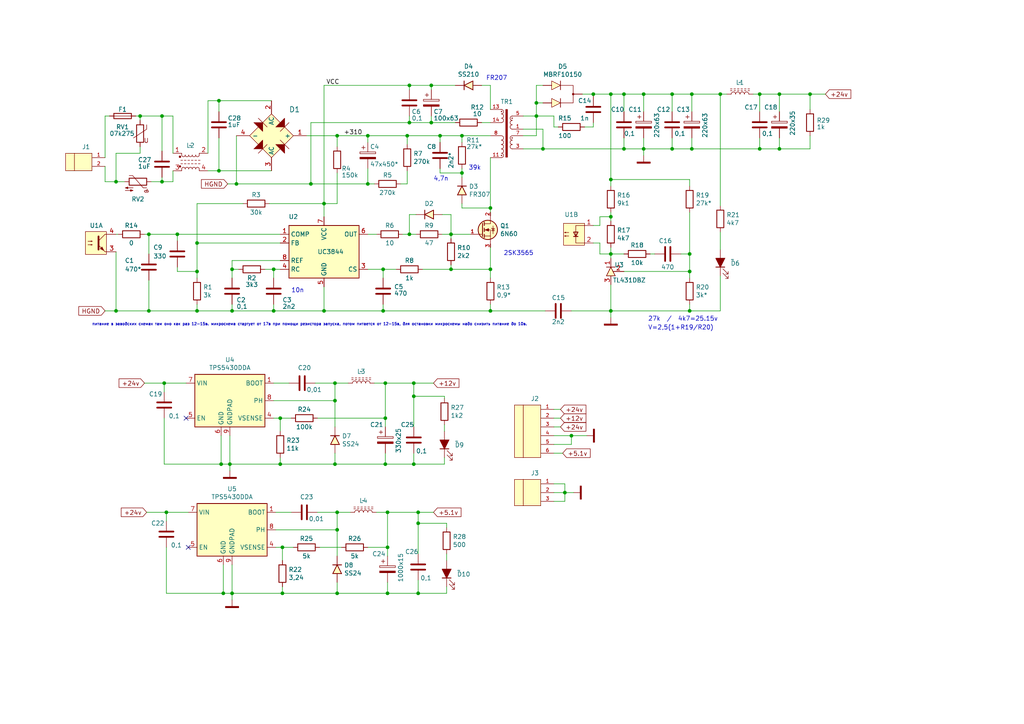
<source format=kicad_sch>
(kicad_sch (version 20230121) (generator eeschema)
  (paper "A4")
  (lib_symbols
    (symbol "0_new:C" (pin_numbers hide) (pin_names (offset 0.254))
      (property "Reference" "C" (at 0.635 2.54 0))
      (property "Value" "C" (at 0.635 -2.54 0))
      (symbol "C_1_1"
        (pin passive line (at 0 3.81 270) (length 2.794) (name "~") (number "1"))
        (pin passive line (at 0 -3.81 90) (length 2.794) (name "~") (number "2"))
      )
    )
    (symbol "0_new:DIODE" (pin_numbers hide) (pin_names (offset 1.016) hide)
      (property "Reference" "D" (at 0 2.54 0))
      (property "Value" "DIODE" (at 0 -2.54 0))
      (symbol "DIODE_1_1"
        (pin passive line (at 3.81 0 180) (length 2.54) (name "K") (number "1"))
        (pin passive line (at -3.81 0 0) (length 2.54) (name "A") (number "2"))
      )
    )
    (symbol "0_new:L_Core_Ferrite" (pin_numbers hide) (pin_names (offset 1.016) hide)
      (property "Reference" "L" (at -1.27 0 90))
      (property "Value" "L_Core_Ferrite" (at 2.794 0 90))
      (symbol "L_Core_Ferrite_1_1"
        (pin passive line (at 0 3.81 270) (length 1.27) (name "1") (number "1"))
        (pin passive line (at 0 -3.81 90) (length 1.27) (name "2") (number "2"))
      )
    )
    (symbol "0_new:TL431DBZ" (pin_names hide)
      (property "Reference" "U" (at 0 5.08 0))
      (property "Value" "TL431DBZ" (at 0 2.54 0))
      (symbol "TL431DBZ_1_1"
        (pin passive line (at 3.81 0 180) (length 2.54) (name "K") (number "1"))
        (pin passive line (at 0 -3.81 90) (length 3.2004) (name "REF") (number "2"))
        (pin passive line (at -3.81 0 0) (length 2.54) (name "A") (number "3"))
      )
    )
    (symbol "0_new:Transformer_ETD29_1" (pin_names (offset 1.016) hide)
      (property "Reference" "TR" (at 0 6.985 0))
      (symbol "Transformer_ETD29_1_1_1"
        (pin passive line (at 5.08 0 180) (length 3.2004) (name "~") (number "1"))
        (pin passive line (at -4.445 -8.255 0) (length 3.2004) (name "~") (number "11"))
        (pin passive line (at -4.445 5.715 0) (length 3.2004) (name "~") (number "13"))
        (pin passive line (at -4.445 1.905 0) (length 3.2004) (name "~") (number "14"))
        (pin passive line (at 5.08 -5.715 180) (length 3.2004) (name "~") (number "3"))
        (pin passive line (at 5.08 3.81 180) (length 3.2004) (name "~") (number "5"))
        (pin passive line (at 5.08 -1.905 180) (length 3.2004) (name "~") (number "7"))
        (pin passive line (at -4.445 -1.905 0) (length 3.2004) (name "~") (number "8"))
      )
    )
    (symbol "0_new:connector2p_v1" (pin_names (offset 1.016) hide)
      (property "Reference" "J" (at 2.54 0 0))
      (symbol "connector2p_v1_0_0"
        (pin passive line (at -7.62 1.27 0) (length 3.7084) (name "~") (number "1"))
        (pin passive line (at -7.62 -1.27 0) (length 3.7084) (name "~") (number "2"))
      )
    )
    (symbol "Device:Fuse" (pin_numbers hide) (pin_names (offset 0))
      (property "Reference" "F" (at 2.032 0 90))
      (property "Value" "Fuse" (at -1.905 0 90))
      (symbol "Fuse_1_1"
        (pin passive line (at 0 3.81 270) (length 1.27) (name "~") (number "1"))
        (pin passive line (at 0 -3.81 90) (length 1.27) (name "~") (number "2"))
      )
    )
    (symbol "Device:R" (pin_numbers hide) (pin_names (offset 0))
      (property "Reference" "R" (at 2.032 0 90))
      (property "Value" "R" (at 0 0 90))
      (symbol "R_1_1"
        (pin passive line (at 0 3.81 270) (length 1.27) (name "~") (number "1"))
        (pin passive line (at 0 -3.81 90) (length 1.27) (name "~") (number "2"))
      )
    )
    (symbol "Device:Thermistor_NTC" (pin_numbers hide) (pin_names (offset 0))
      (property "Reference" "TH" (at -4.445 0 90))
      (property "Value" "Thermistor_NTC" (at 3.175 0 90))
      (symbol "Thermistor_NTC_1_1"
        (pin passive line (at 0 3.81 270) (length 1.27) (name "~") (number "1"))
        (pin passive line (at 0 -3.81 90) (length 1.27) (name "~") (number "2"))
      )
    )
    (symbol "Device:Varistor" (pin_numbers hide) (pin_names (offset 0))
      (property "Reference" "RV" (at 3.175 0 90))
      (property "Value" "Varistor" (at -3.175 0 90))
      (symbol "Varistor_0_0"
        (text "U" (at -1.778 -2.032 0) (effects (font (size 1.27 1.27))))
      )
      (symbol "Varistor_1_1"
        (pin passive line (at 0 3.81 270) (length 1.27) (name "~") (number "1"))
        (pin passive line (at 0 -3.81 90) (length 1.27) (name "~") (number "2"))
      )
    )
    (symbol "Regulator_Switching:TPS5430DDA"
      (property "Reference" "U" (at -10.16 8.89 0))
      (property "Value" "TPS5430DDA" (at -1.27 8.89 0))
      (symbol "TPS5430DDA_1_1"
        (pin input line (at 12.7 5.08 180) (length 2.54) (name "BOOT") (number "1"))
        (pin no_connect line (at -10.16 2.54 0) (length 2.54) hide (name "NC") (number "2"))
        (pin no_connect line (at -10.16 -2.54 0) (length 2.54) hide (name "NC") (number "3"))
        (pin input line (at 12.7 -5.08 180) (length 2.54) (name "VSENSE") (number "4"))
        (pin input line (at -12.7 -5.08 0) (length 2.54) (name "EN") (number "5"))
        (pin power_in line (at -2.54 -10.16 90) (length 2.54) (name "GND") (number "6"))
        (pin power_in line (at -12.7 5.08 0) (length 2.54) (name "VIN") (number "7"))
        (pin output line (at 12.7 0 180) (length 2.54) (name "PH") (number "8"))
        (pin power_in line (at 0 -10.16 90) (length 2.54) (name "GNDPAD") (number "9"))
      )
    )
    (symbol "flyback_2022_v01-rescue:CP-Device" (pin_numbers hide) (pin_names (offset 0.254))
      (property "Reference" "C" (at 0.635 2.54 0))
      (property "Value" "CP-Device" (at 0.635 -2.54 0))
      (symbol "CP-Device_1_1"
        (pin passive line (at 0 3.81 270) (length 2.794) (name "~") (number "1"))
        (pin passive line (at 0 -3.81 90) (length 2.794) (name "~") (number "2"))
      )
    )
    (symbol "flyback_2022_v01-rescue:KBP04G-dk_Diodes-Bridge-Rectifiers-flyback_2020_ETD29-rescue" (pin_names (offset 0.762))
      (property "Reference" "D" (at -7.62 6.35 0))
      (property "Value" "KBP04G-dk_Diodes-Bridge-Rectifiers-flyback_2020_ETD29-rescue" (at 1.27 -7.62 0))
      (symbol "KBP04G-dk_Diodes-Bridge-Rectifiers-flyback_2020_ETD29-rescue_1_1"
        (pin power_out line (at 10.16 0 180) (length 3.81) (name "+") (number "1"))
        (pin power_in line (at 0 10.16 270) (length 3.81) (name "AC") (number "2"))
        (pin power_in line (at 0 -10.16 90) (length 3.81) (name "AC") (number "3"))
        (pin power_out line (at -10.16 0 0) (length 3.81) (name "-") (number "4"))
      )
    )
    (symbol "flyback_2022_v01-rescue:LED_ALT-Device" (pin_numbers hide) (pin_names (offset 1.016) hide)
      (property "Reference" "D" (at 0 2.54 0))
      (property "Value" "LED_ALT-Device" (at 0 -2.54 0))
      (symbol "LED_ALT-Device_1_1"
        (pin passive line (at -3.81 0 0) (length 2.54) (name "K") (number "1"))
        (pin passive line (at 3.81 0 180) (length 2.54) (name "A") (number "2"))
      )
    )
    (symbol "flyback_2022_v01-rescue:L_Core_Ferrite_Coupled-Device" (pin_names (offset 0.254) hide)
      (property "Reference" "L" (at 0 4.445 0))
      (property "Value" "L_Core_Ferrite_Coupled-Device" (at 0 -4.445 0))
      (symbol "L_Core_Ferrite_Coupled-Device_1_1"
        (pin passive line (at -5.08 2.54 0) (length 2.54) (name "1") (number "1"))
        (pin passive line (at 5.08 2.54 180) (length 2.54) (name "2") (number "2"))
        (pin passive line (at -5.08 -2.54 0) (length 2.54) (name "3") (number "3"))
        (pin passive line (at 5.08 -2.54 180) (length 2.54) (name "4") (number "4"))
      )
    )
    (symbol "flyback_2022_v01-rescue:UC3845_DIP8-Regulator_Controller-flyback_2020_ETD29-rescue"
      (property "Reference" "U" (at 3.81 11.43 0))
      (property "Value" "UC3845_DIP8-Regulator_Controller-flyback_2020_ETD29-rescue" (at 3.81 8.89 0))
      (symbol "UC3845_DIP8-Regulator_Controller-flyback_2020_ETD29-rescue_1_1"
        (pin passive line (at -12.7 5.08 0) (length 2.54) (name "COMP") (number "1"))
        (pin input line (at -12.7 2.54 0) (length 2.54) (name "FB") (number "2"))
        (pin input line (at 12.7 -5.08 180) (length 2.54) (name "CS") (number "3"))
        (pin passive line (at -12.7 -5.08 0) (length 2.54) (name "RC") (number "4"))
        (pin power_in line (at 0 -10.16 90) (length 2.54) (name "GND") (number "5"))
        (pin output line (at 12.7 5.08 180) (length 2.54) (name "OUT") (number "6"))
        (pin power_in line (at 0 10.16 270) (length 2.54) (name "VCC") (number "7"))
        (pin power_in line (at -12.7 -2.54 0) (length 2.54) (name "REF") (number "8"))
      )
    )
    (symbol "zlib:6N60" (pin_names hide)
      (property "Reference" "Q" (at 5.08 1.27 0))
      (property "Value" "6N60" (at 5.08 -1.27 0))
      (symbol "6N60_1_1"
        (pin input line (at -3.175 -1.27 0) (length 0.9906) (name "G") (number "1"))
        (pin passive line (at 2.54 5.08 270) (length 0.9906) (name "D") (number "2"))
        (pin passive line (at 2.54 -5.08 90) (length 0.9906) (name "S") (number "3"))
      )
    )
    (symbol "zlib:GND" (power) (pin_names (offset 0))
      (property "Value" "GND" (at 0 -2.54 0))
      (symbol "GND_1_1"
        (pin power_in line (at 0 0 270) (length 0) hide (name "GND") (number "1"))
      )
    )
    (symbol "zlib:MBRF" (pin_numbers hide) (pin_names (offset 1.016) hide)
      (property "Reference" "D" (at -3.302 -4.572 0))
      (property "Value" "MBRF" (at 1.778 -6.35 0))
      (symbol "MBRF_1_1"
        (pin passive line (at 5.08 2.54 180) (length 2.54) (name "A") (number "1"))
        (pin passive line (at -6.35 0 0) (length 2.54) (name "K") (number "2"))
        (pin passive line (at 5.08 -2.54 180) (length 2.54) (name "A") (number "3"))
      )
    )
    (symbol "zlib:PC817_AB" (pin_names (offset 1.016))
      (property "Reference" "U" (at -5.08 5.08 0))
      (property "Value" "PC817_AB" (at 0 5.08 0))
      (symbol "PC817_AB_1_1"
        (pin passive line (at 7.62 -2.54 180) (length 2.54) (name "~") (number "3"))
        (pin passive line (at 7.62 2.54 180) (length 2.54) (name "~") (number "4"))
      )
      (symbol "PC817_AB_2_1"
        (pin passive line (at -7.62 2.54 0) (length 2.54) (name "~") (number "1"))
        (pin passive line (at -7.62 -2.54 0) (length 2.54) (name "~") (number "2"))
      )
    )
    (symbol "zlib:connector3p" (pin_names (offset 1.016))
      (property "Reference" "J" (at 2.54 0 0))
      (symbol "connector3p_0_0"
        (pin passive line (at -7.62 1.27 0) (length 3.7084) (name "~") (number "1"))
        (pin passive line (at -7.62 -1.27 0) (length 3.7084) (name "~") (number "2"))
        (pin passive line (at -7.62 -3.81 0) (length 3.7084) (name "~") (number "3"))
      )
    )
    (symbol "zlib:connector6p" (pin_names (offset 1.016))
      (property "Reference" "J" (at 2.54 0 0))
      (symbol "connector6p_0_0"
        (pin passive line (at -7.62 1.27 0) (length 3.7084) (name "~") (number "1"))
        (pin passive line (at -7.62 -1.27 0) (length 3.7084) (name "~") (number "2"))
        (pin passive line (at -7.62 -3.81 0) (length 3.7084) (name "~") (number "3"))
        (pin passive line (at -7.62 -6.35 0) (length 3.7084) (name "~") (number "4"))
      )
      (symbol "connector6p_1_1"
        (pin input line (at -7.62 -8.89 0) (length 3.7084) (name "~") (number "5"))
        (pin output line (at -7.62 -11.43 0) (length 3.7084) (name "~") (number "6"))
      )
    )
  )
  (junction (at 46.99 52.705))
  (junction (at 63.5 49.53))
  (junction (at 97.79 148.59))
  (junction (at 112.395 172.085))
  (junction (at 130.81 78.105))
  (junction (at 200.66 27.305))
  (junction (at 81.915 158.75))
  (junction (at 186.69 43.18))
  (junction (at 155.575 33.655))
  (junction (at 67.31 90.17))
  (junction (at 43.18 67.945))
  (junction (at 127.635 39.37))
  (junction (at 177.165 62.865))
  (junction (at 68.58 53.34))
  (junction (at 125.095 24.765))
  (junction (at 157.48 43.18))
  (junction (at 186.69 27.305))
  (junction (at 97.79 172.085))
  (junction (at 120.015 114.935))
  (junction (at 121.285 151.765))
  (junction (at 66.675 134.62))
  (junction (at 120.015 134.62))
  (junction (at 63.5 29.21))
  (junction (at 142.24 90.17))
  (junction (at 81.28 121.285))
  (junction (at 180.975 27.305))
  (junction (at 172.085 27.305))
  (junction (at 57.15 78.74))
  (junction (at 226.06 27.305))
  (junction (at 121.285 148.59))
  (junction (at 64.77 172.085))
  (junction (at 120.015 111.125))
  (junction (at 125.095 35.56))
  (junction (at 57.15 70.485))
  (junction (at 43.18 90.17))
  (junction (at 57.15 90.17))
  (junction (at 33.655 90.17))
  (junction (at 106.68 39.37))
  (junction (at 81.915 172.085))
  (junction (at 46.99 33.655))
  (junction (at 234.95 27.305))
  (junction (at 67.31 172.085))
  (junction (at 163.83 142.875))
  (junction (at 200.025 90.17))
  (junction (at 111.76 111.125))
  (junction (at 97.79 39.37))
  (junction (at 47.625 111.125))
  (junction (at 97.79 153.67))
  (junction (at 48.26 148.59))
  (junction (at 200.025 73.66))
  (junction (at 111.76 134.62))
  (junction (at 220.345 27.305))
  (junction (at 93.98 90.17))
  (junction (at 118.745 35.56))
  (junction (at 81.28 134.62))
  (junction (at 112.395 148.59))
  (junction (at 226.06 43.18))
  (junction (at 79.375 90.17))
  (junction (at 118.745 24.765))
  (junction (at 111.76 121.285))
  (junction (at 121.285 172.085))
  (junction (at 142.24 78.105))
  (junction (at 111.125 78.105))
  (junction (at 180.975 43.18))
  (junction (at 79.375 78.105))
  (junction (at 93.98 59.055))
  (junction (at 51.435 67.945))
  (junction (at 97.155 116.205))
  (junction (at 194.945 43.18))
  (junction (at 130.81 67.945))
  (junction (at 97.155 111.125))
  (junction (at 194.945 27.305))
  (junction (at 106.68 53.34))
  (junction (at 133.985 50.165))
  (junction (at 112.395 158.75))
  (junction (at 118.11 39.37))
  (junction (at 220.345 43.18))
  (junction (at 118.745 67.945))
  (junction (at 177.165 27.305))
  (junction (at 155.575 29.845))
  (junction (at 97.155 134.62))
  (junction (at 208.915 27.305))
  (junction (at 177.165 52.07))
  (junction (at 133.985 39.37))
  (junction (at 200.66 43.18))
  (junction (at 177.165 90.17))
  (junction (at 177.165 73.66))
  (junction (at 40.64 33.655))
  (junction (at 142.24 60.325))
  (junction (at 90.17 53.34))
  (junction (at 165.735 126.365))
  (junction (at 200.025 78.74))
  (junction (at 33.655 52.705))
  (junction (at 111.125 90.17))
  (junction (at 67.31 78.105))
  (junction (at 64.135 134.62))
  (no_connect (at 54.61 158.75))
  (no_connect (at 53.975 121.285))
  (wire (pts (xy 46.99 43.815) (xy 46.99 33.655)))
  (wire (pts (xy 151.765 37.465) (xy 157.48 37.465)))
  (wire (pts (xy 108.585 53.34) (xy 106.68 53.34)))
  (wire (pts (xy 165.735 90.17) (xy 177.165 90.17)))
  (wire (pts (xy 79.375 116.205) (xy 97.155 116.205)))
  (wire (pts (xy 64.135 134.62) (xy 64.135 126.365)))
  (wire (pts (xy 80.01 153.67) (xy 97.79 153.67)))
  (wire (pts (xy 155.575 24.765) (xy 155.575 29.845)))
  (wire (pts (xy 130.81 62.23) (xy 130.81 67.945)))
  (wire (pts (xy 60.325 29.21) (xy 60.325 44.45)))
  (wire (pts (xy 116.84 67.945) (xy 118.745 67.945)))
  (wire (pts (xy 133.985 41.275) (xy 133.985 39.37)))
  (wire (pts (xy 40.64 42.545) (xy 40.64 44.45)))
  (wire (pts (xy 57.15 90.17) (xy 67.31 90.17)))
  (wire (pts (xy 186.69 40.005) (xy 186.69 43.18)))
  (wire (pts (xy 155.575 29.845) (xy 155.575 33.655)))
  (wire (pts (xy 121.285 160.655) (xy 121.285 151.765)))
  (wire (pts (xy 33.655 44.45) (xy 33.655 52.705)))
  (wire (pts (xy 79.375 78.105) (xy 81.28 78.105)))
  (wire (pts (xy 57.15 59.055) (xy 57.15 70.485)))
  (wire (pts (xy 97.79 42.545) (xy 97.79 39.37)))
  (wire (pts (xy 118.745 67.945) (xy 120.65 67.945)))
  (wire (pts (xy 67.31 172.085) (xy 64.77 172.085)))
  (wire (pts (xy 81.28 70.485) (xy 57.15 70.485)))
  (wire (pts (xy 163.83 142.875) (xy 166.37 142.875)))
  (wire (pts (xy 129.54 170.18) (xy 129.54 172.085)))
  (wire (pts (xy 81.915 172.085) (xy 67.31 172.085)))
  (wire (pts (xy 64.77 172.085) (xy 64.77 163.83)))
  (wire (pts (xy 47.625 121.285) (xy 47.625 134.62)))
  (wire (pts (xy 67.31 75.565) (xy 67.31 78.105)))
  (wire (pts (xy 120.015 123.825) (xy 120.015 114.935)))
  (wire (pts (xy 97.79 148.59) (xy 92.075 148.59)))
  (wire (pts (xy 173.99 65.405) (xy 173.99 62.865)))
  (wire (pts (xy 142.24 78.105) (xy 142.24 80.645)))
  (wire (pts (xy 67.31 78.105) (xy 67.31 80.645)))
  (wire (pts (xy 47.625 113.665) (xy 47.625 111.125)))
  (wire (pts (xy 68.58 53.34) (xy 90.17 53.34)))
  (wire (pts (xy 180.975 78.74) (xy 200.025 78.74)))
  (wire (pts (xy 200.66 27.305) (xy 208.915 27.305)))
  (wire (pts (xy 122.555 78.105) (xy 130.81 78.105)))
  (wire (pts (xy 125.73 148.59) (xy 121.285 148.59)))
  (wire (pts (xy 130.81 78.105) (xy 142.24 78.105)))
  (wire (pts (xy 50.165 49.53) (xy 50.165 52.705)))
  (wire (pts (xy 157.48 24.765) (xy 155.575 24.765)))
  (wire (pts (xy 97.155 111.125) (xy 91.44 111.125)))
  (wire (pts (xy 160.655 145.415) (xy 163.83 145.415)))
  (wire (pts (xy 106.68 53.34) (xy 106.68 48.895)))
  (wire (pts (xy 188.595 73.66) (xy 189.865 73.66)))
  (wire (pts (xy 142.24 45.72) (xy 142.24 60.325)))
  (wire (pts (xy 121.285 151.765) (xy 121.285 148.59)))
  (wire (pts (xy 63.5 32.385) (xy 63.5 29.21)))
  (wire (pts (xy 142.24 90.17) (xy 111.125 90.17)))
  (wire (pts (xy 186.69 45.085) (xy 186.69 43.18)))
  (wire (pts (xy 97.155 131.445) (xy 97.155 134.62)))
  (wire (pts (xy 88.9 39.37) (xy 97.79 39.37)))
  (wire (pts (xy 125.095 24.765) (xy 118.745 24.765)))
  (wire (pts (xy 142.24 39.37) (xy 133.985 39.37)))
  (wire (pts (xy 160.655 142.875) (xy 163.83 142.875)))
  (wire (pts (xy 66.675 126.365) (xy 66.675 134.62)))
  (wire (pts (xy 180.975 43.18) (xy 157.48 43.18)))
  (wire (pts (xy 81.28 121.285) (xy 79.375 121.285)))
  (wire (pts (xy 168.91 27.305) (xy 172.085 27.305)))
  (wire (pts (xy 129.54 160.655) (xy 129.54 162.56)))
  (wire (pts (xy 151.765 39.37) (xy 155.575 39.37)))
  (wire (pts (xy 97.79 161.29) (xy 97.79 153.67)))
  (wire (pts (xy 129.54 153.035) (xy 129.54 151.765)))
  (wire (pts (xy 180.975 40.005) (xy 180.975 43.18)))
  (wire (pts (xy 111.76 131.445) (xy 111.76 134.62)))
  (wire (pts (xy 160.655 36.83) (xy 160.655 33.655)))
  (wire (pts (xy 68.58 39.37) (xy 68.58 53.34)))
  (wire (pts (xy 130.81 67.945) (xy 128.27 67.945)))
  (wire (pts (xy 111.125 90.17) (xy 111.125 88.265)))
  (wire (pts (xy 30.48 33.655) (xy 30.48 45.72)))
  (wire (pts (xy 120.65 62.23) (xy 118.745 62.23)))
  (wire (pts (xy 163.195 131.445) (xy 160.655 131.445)))
  (wire (pts (xy 80.01 148.59) (xy 84.455 148.59)))
  (wire (pts (xy 129.54 172.085) (xy 121.285 172.085)))
  (wire (pts (xy 125.095 33.655) (xy 125.095 35.56)))
  (wire (pts (xy 43.18 67.945) (xy 41.91 67.945)))
  (wire (pts (xy 111.76 123.825) (xy 111.76 121.285)))
  (wire (pts (xy 128.905 114.935) (xy 120.015 114.935)))
  (wire (pts (xy 172.085 36.83) (xy 169.545 36.83)))
  (wire (pts (xy 129.54 151.765) (xy 121.285 151.765)))
  (wire (pts (xy 127.635 50.165) (xy 133.985 50.165)))
  (wire (pts (xy 63.5 29.21) (xy 60.325 29.21)))
  (wire (pts (xy 81.28 67.945) (xy 51.435 67.945)))
  (wire (pts (xy 40.64 44.45) (xy 33.655 44.45)))
  (wire (pts (xy 173.99 62.865) (xy 177.165 62.865)))
  (wire (pts (xy 226.06 43.18) (xy 220.345 43.18)))
  (wire (pts (xy 220.345 43.18) (xy 200.66 43.18)))
  (wire (pts (xy 46.99 52.705) (xy 43.815 52.705)))
  (wire (pts (xy 100.965 111.125) (xy 97.155 111.125)))
  (wire (pts (xy 200.025 52.07) (xy 177.165 52.07)))
  (wire (pts (xy 106.68 39.37) (xy 106.68 41.275)))
  (wire (pts (xy 97.155 134.62) (xy 81.28 134.62)))
  (wire (pts (xy 112.395 158.75) (xy 112.395 161.29)))
  (wire (pts (xy 70.485 59.055) (xy 57.15 59.055)))
  (wire (pts (xy 160.655 33.655) (xy 155.575 33.655)))
  (wire (pts (xy 220.345 27.305) (xy 218.44 27.305)))
  (wire (pts (xy 31.75 33.655) (xy 30.48 33.655)))
  (wire (pts (xy 200.025 88.265) (xy 200.025 90.17)))
  (wire (pts (xy 60.325 49.53) (xy 63.5 49.53)))
  (wire (pts (xy 51.435 77.47) (xy 51.435 78.74)))
  (wire (pts (xy 160.655 126.365) (xy 165.735 126.365)))
  (wire (pts (xy 79.375 90.17) (xy 93.98 90.17)))
  (wire (pts (xy 161.925 36.83) (xy 160.655 36.83)))
  (wire (pts (xy 33.655 52.705) (xy 36.195 52.705)))
  (wire (pts (xy 177.165 62.865) (xy 177.165 64.135)))
  (wire (pts (xy 90.17 53.34) (xy 106.68 53.34)))
  (wire (pts (xy 81.28 134.62) (xy 66.675 134.62)))
  (wire (pts (xy 43.18 73.66) (xy 43.18 67.945)))
  (wire (pts (xy 186.69 43.18) (xy 180.975 43.18)))
  (wire (pts (xy 200.66 43.18) (xy 194.945 43.18)))
  (wire (pts (xy 93.98 24.765) (xy 93.98 59.055)))
  (wire (pts (xy 142.24 35.56) (xy 139.7 35.56)))
  (wire (pts (xy 43.18 81.28) (xy 43.18 90.17)))
  (wire (pts (xy 186.69 27.305) (xy 180.975 27.305)))
  (wire (pts (xy 30.48 48.26) (xy 30.48 52.705)))
  (wire (pts (xy 118.745 24.765) (xy 118.745 26.035)))
  (wire (pts (xy 48.26 151.13) (xy 48.26 148.59)))
  (wire (pts (xy 208.915 27.305) (xy 208.915 59.69)))
  (wire (pts (xy 180.975 73.66) (xy 177.165 73.66)))
  (wire (pts (xy 90.17 35.56) (xy 118.745 35.56)))
  (wire (pts (xy 112.395 148.59) (xy 112.395 158.75)))
  (wire (pts (xy 142.24 61.595) (xy 142.24 60.325)))
  (wire (pts (xy 194.945 27.305) (xy 186.69 27.305)))
  (wire (pts (xy 173.99 70.485) (xy 173.99 73.66)))
  (wire (pts (xy 106.68 78.105) (xy 111.125 78.105)))
  (wire (pts (xy 111.125 78.105) (xy 114.935 78.105)))
  (wire (pts (xy 200.66 27.305) (xy 194.945 27.305)))
  (wire (pts (xy 120.015 114.935) (xy 120.015 111.125)))
  (wire (pts (xy 78.105 59.055) (xy 93.98 59.055)))
  (wire (pts (xy 177.165 53.975) (xy 177.165 52.07)))
  (wire (pts (xy 226.06 32.385) (xy 226.06 27.305)))
  (wire (pts (xy 128.905 134.62) (xy 120.015 134.62)))
  (wire (pts (xy 177.165 27.305) (xy 172.085 27.305)))
  (wire (pts (xy 177.165 74.93) (xy 177.165 73.66)))
  (wire (pts (xy 151.765 33.655) (xy 155.575 33.655)))
  (wire (pts (xy 111.76 111.125) (xy 108.585 111.125)))
  (wire (pts (xy 226.06 27.305) (xy 220.345 27.305)))
  (wire (pts (xy 97.79 168.91) (xy 97.79 172.085)))
  (wire (pts (xy 93.98 59.055) (xy 93.98 62.865)))
  (wire (pts (xy 136.525 67.945) (xy 130.81 67.945)))
  (wire (pts (xy 111.76 121.285) (xy 111.76 111.125)))
  (wire (pts (xy 46.99 51.435) (xy 46.99 52.705)))
  (wire (pts (xy 132.08 35.56) (xy 125.095 35.56)))
  (wire (pts (xy 128.905 115.57) (xy 128.905 114.935)))
  (wire (pts (xy 200.025 53.975) (xy 200.025 52.07)))
  (wire (pts (xy 118.11 49.53) (xy 118.11 53.34)))
  (wire (pts (xy 118.745 62.23) (xy 118.745 67.945)))
  (wire (pts (xy 93.98 90.17) (xy 111.125 90.17)))
  (wire (pts (xy 142.24 90.17) (xy 158.115 90.17)))
  (wire (pts (xy 111.76 134.62) (xy 97.155 134.62)))
  (wire (pts (xy 79.375 88.265) (xy 79.375 90.17)))
  (wire (pts (xy 92.075 121.285) (xy 111.76 121.285)))
  (wire (pts (xy 112.395 148.59) (xy 109.22 148.59)))
  (wire (pts (xy 194.945 43.18) (xy 186.69 43.18)))
  (wire (pts (xy 79.375 111.125) (xy 83.82 111.125)))
  (wire (pts (xy 208.915 90.17) (xy 200.025 90.17)))
  (wire (pts (xy 79.375 80.645) (xy 79.375 78.105)))
  (wire (pts (xy 67.31 173.99) (xy 67.31 172.085)))
  (wire (pts (xy 97.79 59.055) (xy 93.98 59.055)))
  (wire (pts (xy 220.345 40.005) (xy 220.345 43.18)))
  (wire (pts (xy 50.165 33.655) (xy 50.165 44.45)))
  (wire (pts (xy 133.985 50.165) (xy 133.985 48.895)))
  (wire (pts (xy 157.48 29.845) (xy 155.575 29.845)))
  (wire (pts (xy 67.31 90.17) (xy 79.375 90.17)))
  (wire (pts (xy 226.06 40.005) (xy 226.06 43.18)))
  (wire (pts (xy 197.485 73.66) (xy 200.025 73.66)))
  (wire (pts (xy 160.655 140.335) (xy 163.83 140.335)))
  (wire (pts (xy 67.31 88.265) (xy 67.31 90.17)))
  (wire (pts (xy 81.915 158.75) (xy 80.01 158.75)))
  (wire (pts (xy 97.79 153.67) (xy 97.79 148.59)))
  (wire (pts (xy 194.945 32.385) (xy 194.945 27.305)))
  (wire (pts (xy 208.915 80.01) (xy 208.915 90.17)))
  (wire (pts (xy 128.905 132.715) (xy 128.905 134.62)))
  (wire (pts (xy 109.22 67.945) (xy 106.68 67.945)))
  (wire (pts (xy 93.98 83.185) (xy 93.98 90.17)))
  (wire (pts (xy 81.28 125.095) (xy 81.28 121.285)))
  (wire (pts (xy 30.48 90.17) (xy 33.655 90.17)))
  (wire (pts (xy 81.28 75.565) (xy 67.31 75.565)))
  (wire (pts (xy 127.635 48.895) (xy 127.635 50.165)))
  (wire (pts (xy 234.95 43.18) (xy 226.06 43.18)))
  (wire (pts (xy 97.79 39.37) (xy 106.68 39.37)))
  (wire (pts (xy 139.7 24.765) (xy 142.24 24.765)))
  (wire (pts (xy 194.945 40.005) (xy 194.945 43.18)))
  (wire (pts (xy 67.31 163.83) (xy 67.31 172.085)))
  (wire (pts (xy 101.6 148.59) (xy 97.79 148.59)))
  (wire (pts (xy 177.165 92.075) (xy 177.165 90.17)))
  (wire (pts (xy 121.285 168.275) (xy 121.285 172.085)))
  (wire (pts (xy 200.66 40.005) (xy 200.66 43.18)))
  (wire (pts (xy 69.215 78.105) (xy 67.31 78.105)))
  (wire (pts (xy 85.09 158.75) (xy 81.915 158.75)))
  (wire (pts (xy 125.095 26.035) (xy 125.095 24.765)))
  (wire (pts (xy 142.24 24.765) (xy 142.24 31.75)))
  (wire (pts (xy 127.635 39.37) (xy 127.635 41.275)))
  (wire (pts (xy 46.99 33.655) (xy 50.165 33.655)))
  (wire (pts (xy 30.48 52.705) (xy 33.655 52.705)))
  (wire (pts (xy 118.11 53.34) (xy 116.205 53.34)))
  (wire (pts (xy 42.545 148.59) (xy 48.26 148.59)))
  (wire (pts (xy 165.735 128.905) (xy 165.735 126.365)))
  (wire (pts (xy 51.435 69.85) (xy 51.435 67.945)))
  (wire (pts (xy 47.625 111.125) (xy 53.975 111.125)))
  (wire (pts (xy 234.95 39.37) (xy 234.95 43.18)))
  (wire (pts (xy 173.99 73.66) (xy 177.165 73.66)))
  (wire (pts (xy 133.985 60.325) (xy 133.985 59.055)))
  (wire (pts (xy 162.56 118.745) (xy 160.655 118.745)))
  (wire (pts (xy 239.395 27.305) (xy 234.95 27.305)))
  (wire (pts (xy 177.165 27.305) (xy 180.975 27.305)))
  (wire (pts (xy 48.26 172.085) (xy 64.77 172.085)))
  (wire (pts (xy 128.27 62.23) (xy 130.81 62.23)))
  (wire (pts (xy 81.915 170.18) (xy 81.915 172.085)))
  (wire (pts (xy 162.56 121.285) (xy 160.655 121.285)))
  (wire (pts (xy 50.165 52.705) (xy 46.99 52.705)))
  (wire (pts (xy 132.08 24.765) (xy 125.095 24.765)))
  (wire (pts (xy 208.915 27.305) (xy 210.82 27.305)))
  (wire (pts (xy 81.28 132.715) (xy 81.28 134.62)))
  (wire (pts (xy 57.15 70.485) (xy 57.15 78.74)))
  (wire (pts (xy 97.79 50.165) (xy 97.79 59.055)))
  (wire (pts (xy 125.095 35.56) (xy 118.745 35.56)))
  (wire (pts (xy 84.455 121.285) (xy 81.28 121.285)))
  (wire (pts (xy 220.345 32.385) (xy 220.345 27.305)))
  (wire (pts (xy 66.04 53.34) (xy 68.58 53.34)))
  (wire (pts (xy 106.68 158.75) (xy 112.395 158.75)))
  (wire (pts (xy 111.125 80.645) (xy 111.125 78.105)))
  (wire (pts (xy 40.64 33.655) (xy 46.99 33.655)))
  (wire (pts (xy 177.165 27.305) (xy 177.165 52.07)))
  (wire (pts (xy 142.24 88.265) (xy 142.24 90.17)))
  (wire (pts (xy 99.06 158.75) (xy 92.71 158.75)))
  (wire (pts (xy 142.24 71.755) (xy 142.24 78.105)))
  (wire (pts (xy 234.95 27.305) (xy 226.06 27.305)))
  (wire (pts (xy 151.765 43.18) (xy 157.48 43.18)))
  (wire (pts (xy 127.635 39.37) (xy 118.11 39.37)))
  (wire (pts (xy 155.575 39.37) (xy 155.575 33.655)))
  (wire (pts (xy 177.165 61.595) (xy 177.165 62.865)))
  (wire (pts (xy 128.905 123.19) (xy 128.905 125.095)))
  (wire (pts (xy 162.56 123.825) (xy 160.655 123.825)))
  (wire (pts (xy 41.91 111.125) (xy 47.625 111.125)))
  (wire (pts (xy 121.285 148.59) (xy 112.395 148.59)))
  (wire (pts (xy 160.655 128.905) (xy 165.735 128.905)))
  (wire (pts (xy 43.18 90.17) (xy 57.15 90.17)))
  (wire (pts (xy 93.98 24.765) (xy 118.745 24.765)))
  (wire (pts (xy 200.025 61.595) (xy 200.025 73.66)))
  (wire (pts (xy 112.395 172.085) (xy 97.79 172.085)))
  (wire (pts (xy 118.11 39.37) (xy 106.68 39.37)))
  (wire (pts (xy 133.985 51.435) (xy 133.985 50.165)))
  (wire (pts (xy 34.29 67.945) (xy 33.655 67.945)))
  (wire (pts (xy 66.675 136.525) (xy 66.675 134.62)))
  (wire (pts (xy 125.73 111.125) (xy 120.015 111.125)))
  (wire (pts (xy 57.15 88.265) (xy 57.15 90.17)))
  (wire (pts (xy 130.81 69.215) (xy 130.81 67.945)))
  (wire (pts (xy 200.025 73.66) (xy 200.025 78.74)))
  (wire (pts (xy 48.26 158.75) (xy 48.26 172.085)))
  (wire (pts (xy 97.79 172.085) (xy 81.915 172.085)))
  (wire (pts (xy 133.985 39.37) (xy 127.635 39.37)))
  (wire (pts (xy 172.085 27.94) (xy 172.085 27.305)))
  (wire (pts (xy 157.48 37.465) (xy 157.48 43.18)))
  (wire (pts (xy 47.625 134.62) (xy 64.135 134.62)))
  (wire (pts (xy 40.64 34.925) (xy 40.64 33.655)))
  (wire (pts (xy 186.69 32.385) (xy 186.69 27.305)))
  (wire (pts (xy 112.395 168.91) (xy 112.395 172.085)))
  (wire (pts (xy 121.285 172.085) (xy 112.395 172.085)))
  (wire (pts (xy 51.435 67.945) (xy 43.18 67.945)))
  (wire (pts (xy 76.835 78.105) (xy 79.375 78.105)))
  (wire (pts (xy 57.15 78.74) (xy 57.15 80.645)))
  (wire (pts (xy 177.165 71.755) (xy 177.165 73.66)))
  (wire (pts (xy 118.11 41.91) (xy 118.11 39.37)))
  (wire (pts (xy 51.435 78.74) (xy 57.15 78.74)))
  (wire (pts (xy 177.165 90.17) (xy 200.025 90.17)))
  (wire (pts (xy 48.26 148.59) (xy 54.61 148.59)))
  (wire (pts (xy 200.025 78.74) (xy 200.025 80.645)))
  (wire (pts (xy 90.17 35.56) (xy 90.17 53.34)))
  (wire (pts (xy 120.015 134.62) (xy 111.76 134.62)))
  (wire (pts (xy 33.655 73.025) (xy 33.655 90.17)))
  (wire (pts (xy 234.95 31.75) (xy 234.95 27.305)))
  (wire (pts (xy 200.66 32.385) (xy 200.66 27.305)))
  (wire (pts (xy 163.83 140.335) (xy 163.83 142.875)))
  (wire (pts (xy 39.37 33.655) (xy 40.64 33.655)))
  (wire (pts (xy 163.83 145.415) (xy 163.83 142.875)))
  (wire (pts (xy 172.085 65.405) (xy 173.99 65.405)))
  (wire (pts (xy 120.015 131.445) (xy 120.015 134.62)))
  (wire (pts (xy 177.165 82.55) (xy 177.165 90.17)))
  (wire (pts (xy 66.675 134.62) (xy 64.135 134.62)))
  (wire (pts (xy 118.745 35.56) (xy 118.745 33.655)))
  (wire (pts (xy 97.155 116.205) (xy 97.155 111.125)))
  (wire (pts (xy 97.155 123.825) (xy 97.155 116.205)))
  (wire (pts (xy 172.085 35.56) (xy 172.085 36.83)))
  (wire (pts (xy 165.735 126.365) (xy 170.18 126.365)))
  (wire (pts (xy 63.5 49.53) (xy 78.74 49.53)))
  (wire (pts (xy 180.975 32.385) (xy 180.975 27.305)))
  (wire (pts (xy 63.5 40.005) (xy 63.5 49.53)))
  (wire (pts (xy 208.915 67.31) (xy 208.915 72.39)))
  (wire (pts (xy 78.74 29.21) (xy 63.5 29.21)))
  (wire (pts (xy 172.085 70.485) (xy 173.99 70.485)))
  (wire (pts (xy 33.655 90.17) (xy 43.18 90.17)))
  (wire (pts (xy 120.015 111.125) (xy 111.76 111.125)))
  (wire (pts (xy 130.81 76.835) (xy 130.81 78.105)))
  (wire (pts (xy 81.915 162.56) (xy 81.915 158.75)))
  (wire (pts (xy 142.24 60.325) (xy 133.985 60.325)))
  (text "V=2,5(1+R19/R20)" (at 187.96 95.885 0) (effects (font (size 1.27 1.27)) (justify left bottom)))
  (text "39k" (at 135.89 49.53 0) (effects (font (size 1.27 1.27)) (justify left bottom)))
  (text "FR207" (at 140.97 23.495 0) (effects (font (size 1.27 1.27)) (justify left bottom)))
  (text "4,7n" (at 125.73 52.705 0) (effects (font (size 1.27 1.27)) (justify left bottom)))
  (text "питание в заводских схемах там оно как раз 12-15в. микросхема стартует от 17в при помощи резистора запуска, потом питается от 12-15в, для остановки микросхемы надо снизить питание до 10в." (at 26.67 94.615 0) (effects (font (size 0.7874 0.7874)) (justify left bottom)))
  (text "27k  /  4k7=25.15v" (at 187.96 93.345 0) (effects (font (size 1.27 1.27)) (justify left bottom)))
  (text "2SK3565" (at 146.05 74.295 0) (effects (font (size 1.27 1.27)) (justify left bottom)))
  (text "10n" (at 84.455 85.09 0) (effects (font (size 1.27 1.27)) (justify left bottom)))
  (label "+310" (at 99.695 39.37 0))
  (label "VCC" (at 94.615 24.765 0))
  (global_label "+12v" (shape input) (at 162.56 121.285 0) (property "Intersheetrefs" "${INTERSHEET_REFS}" (effects hide)))
  (global_label "+24v" (shape input) (at 239.395 27.305 0) (property "Intersheetrefs" "${INTERSHEET_REFS}" (effects hide)))
  (global_label "HGND" (shape input) (at 30.48 90.17 180) (property "Intersheetrefs" "${INTERSHEET_REFS}" (effects hide)))
  (global_label "+24v" (shape input) (at 162.56 118.745 0) (property "Intersheetrefs" "${INTERSHEET_REFS}" (effects hide)))
  (global_label "+24v" (shape input) (at 41.91 111.125 180) (property "Intersheetrefs" "${INTERSHEET_REFS}" (effects hide)))
  (global_label "+12v" (shape input) (at 125.73 111.125 0) (property "Intersheetrefs" "${INTERSHEET_REFS}" (effects hide)))
  (global_label "HGND" (shape input) (at 66.04 53.34 180) (property "Intersheetrefs" "${INTERSHEET_REFS}" (effects hide)))
  (global_label "+24v" (shape input) (at 162.56 123.825 0) (property "Intersheetrefs" "${INTERSHEET_REFS}" (effects hide)))
  (global_label "+5.1v" (shape input) (at 125.73 148.59 0) (property "Intersheetrefs" "${INTERSHEET_REFS}" (effects hide)))
  (global_label "+24v" (shape input) (at 42.545 148.59 180) (property "Intersheetrefs" "${INTERSHEET_REFS}" (effects hide)))
  (global_label "+5.1v" (shape input) (at 163.195 131.445 0) (property "Intersheetrefs" "${INTERSHEET_REFS}" (effects hide)))
  (symbol (lib_id "zlib:6N60") (at 139.7 66.675 0) (unit 1)
    (property "Reference" "Q1" (at 145.034 65.5066 0) (effects (justify left)))
    (property "Value" "6N60" (at 145.034 67.818 0) (effects (justify left)))
    (property "Footprint" "zmods:HS_207_30_TO220" (effects hide))
  )
  (symbol (lib_id "Device:R") (at 133.985 45.085 0) (unit 1)
    (property "Reference" "R11" (at 135.255 40.64 0) (effects (justify left)))
    (property "Value" "27k*" (at 135.255 42.545 0) (effects (justify left)))
    (property "Footprint" "zmods:R_Axial_DIN0614_L14.3mm_D5.7mm_P5.08mm_Vertical" (effects hide))
  )
  (symbol (lib_id "0_new:C") (at 127.635 45.085 0) (unit 1)
    (property "Reference" "C8" (at 123.825 42.545 0) (effects (justify left)))
    (property "Value" "2n2*" (at 130.81 48.895 90) (effects (justify left)))
    (property "Footprint" "2020_zmod:Capacitor_Y" (effects hide))
  )
  (symbol (lib_id "Device:Thermistor_NTC") (at 40.005 52.705 270) (mirror x) (unit 1)
    (property "Reference" "RV2" (at 40.005 57.7596 90))
    (property "Value" "10" (effects hide))
    (property "Footprint" "2020_zmod:NTC_Thermistor_Epcos" (effects hide))
  )
  (symbol (lib_id "Device:R") (at 135.89 35.56 270) (unit 1)
    (property "Reference" "R12" (at 138.43 31.115 90))
    (property "Value" "10" (at 138.43 33.02 90))
    (property "Footprint" "zmods:resistor_1206_3216metric_V1" (effects hide))
  )
  (symbol (lib_id "flyback_2022_v01-rescue:CP-Device") (at 125.095 29.845 0) (unit 1)
    (property "Reference" "C7" (at 125.73 32.385 0) (effects (justify left)))
    (property "Value" "100x63" (at 125.73 34.29 0) (effects (justify left)))
    (property "Footprint" "zmods:CP_D7.5_P2.5_zm0" (effects hide))
  )
  (symbol (lib_id "0_new:C") (at 118.745 29.845 0) (unit 1)
    (property "Reference" "C6" (at 119.38 32.385 0) (effects (justify left)))
    (property "Value" "0,1" (at 119.38 34.29 0) (effects (justify left)))
    (property "Footprint" "zmods:capacitor_1206_3216Metric_V1" (effects hide))
  )
  (symbol (lib_id "Device:R") (at 142.24 84.455 0) (unit 1)
    (property "Reference" "R13" (at 144.018 83.2866 0) (effects (justify left)))
    (property "Value" "0,9*" (at 144.018 85.598 0) (effects (justify left)))
    (property "Footprint" "zmods:R_Axial_DIN0207_L6.3mm_D2.5mm_P10.16mm_Horizontal" (effects hide))
  )
  (symbol (lib_id "flyback_2022_v01-rescue:UC3845_DIP8-Regulator_Controller-flyback_2020_ETD29-rescue") (at 93.98 73.025 0) (unit 1)
    (property "Reference" "U2" (at 85.09 62.865 0))
    (property "Value" "UC3844" (at 95.885 73.025 0))
    (property "Footprint" "zmods:DIP-8_W7.62mm_LongPads_3FLAT" (effects hide))
    (property "Datasheet" "http://www.ti.com/lit/ds/symlink/uc3842.pdf" (effects hide))
  )
  (symbol (lib_id "flyback_2022_v01-rescue:CP-Device") (at 106.68 45.085 0) (unit 1)
    (property "Reference" "C4" (at 107.315 42.545 0) (effects (justify left)))
    (property "Value" "47x450*" (at 107.315 47.625 0) (effects (justify left)))
    (property "Footprint" "zmods:CP_Radial_D17.0mm_P7.50mm" (effects hide))
  )
  (symbol (lib_id "Device:R") (at 118.11 45.72 0) (unit 1)
    (property "Reference" "R7" (at 119.888 44.5516 0) (effects (justify left)))
    (property "Value" "270k" (at 119.888 46.863 0) (effects (justify left)))
    (property "Footprint" "zmods:resistor_1206_3216metric_V1" (effects hide))
  )
  (symbol (lib_id "Device:R") (at 97.79 46.355 0) (unit 1)
    (property "Reference" "R4" (at 99.06 48.895 0) (effects (justify left)))
    (property "Value" "150k" (at 99.06 50.8 0) (effects (justify left)))
    (property "Footprint" "zmods:R_Axial_DIN0207_L6.3mm_D2.5mm_P10.16mm_Horizontal" (effects hide))
  )
  (symbol (lib_id "Device:R") (at 112.395 53.34 270) (unit 1)
    (property "Reference" "R5" (at 112.395 50.8 90))
    (property "Value" "270k" (at 112.395 55.88 90))
    (property "Footprint" "zmods:resistor_1206_3216metric_V1" (effects hide))
  )
  (symbol (lib_id "flyback_2022_v01-rescue:KBP04G-dk_Diodes-Bridge-Rectifiers-flyback_2020_ETD29-rescue") (at 78.74 39.37 0) (unit 1)
    (property "Reference" "D1" (at 83.82 31.75 0) (effects (font (size 1.524 1.524)) (justify left)))
    (property "Value" "KBP04G" (effects hide))
    (property "Footprint" "2020_zmod:Diode_bridge_RS207" (effects hide))
  )
  (symbol (lib_id "Device:R") (at 124.46 67.945 270) (unit 1)
    (property "Reference" "R9" (at 124.46 65.405 90))
    (property "Value" "47" (at 124.46 70.485 90))
    (property "Footprint" "zmods:resistor_1206_3216metric_V1" (effects hide))
  )
  (symbol (lib_id "Device:R") (at 113.03 67.945 270) (unit 1)
    (property "Reference" "R6" (at 113.03 65.405 90))
    (property "Value" "10" (at 113.03 70.485 90))
    (property "Footprint" "zmods:R_Axial_DIN0207_L6.3mm_D2.5mm_P10.16mm_Horizontal" (effects hide))
  )
  (symbol (lib_id "0_new:DIODE") (at 124.46 62.23 0) (mirror y) (unit 1)
    (property "Reference" "D2" (at 124.46 59.055 0))
    (property "Value" "4148" (effects hide))
    (property "Footprint" "Diode_SMD:D_1206_3216Metric_Pad1.42x1.75mm_HandSolder" (effects hide))
  )
  (symbol (lib_id "0_new:DIODE") (at 133.985 55.245 270) (mirror x) (unit 1)
    (property "Reference" "D3" (at 136.017 54.0766 90) (effects (justify left)))
    (property "Value" "FR307" (at 136.017 56.388 90) (effects (justify left)))
    (property "Footprint" "zmods:D_DO-201AE_P5.08mm_Vertical_AnodeUp" (effects hide))
  )
  (symbol (lib_id "0_new:C") (at 111.125 84.455 0) (unit 1)
    (property "Reference" "C5" (at 114.3 83.185 0) (effects (justify left)))
    (property "Value" "470" (at 114.3 85.09 0) (effects (justify left)))
    (property "Footprint" "zmods:capacitor_1206_3216Metric_V1" (effects hide))
  )
  (symbol (lib_id "Device:R") (at 130.81 73.025 0) (unit 1)
    (property "Reference" "R10" (at 132.588 71.8566 0) (effects (justify left)))
    (property "Value" "2k2" (at 132.588 74.168 0) (effects (justify left)))
    (property "Footprint" "zmods:resistor_1206_3216metric_V1" (effects hide))
  )
  (symbol (lib_id "Device:R") (at 118.745 78.105 270) (unit 1)
    (property "Reference" "R8" (at 118.745 75.565 90))
    (property "Value" "1k" (at 118.745 80.645 90))
    (property "Footprint" "zmods:resistor_1206_3216metric_V1" (effects hide))
  )
  (symbol (lib_id "0_new:C") (at 79.375 84.455 0) (unit 1)
    (property "Reference" "C3" (at 81.915 86.995 0) (effects (justify left)))
    (property "Value" "2n2" (at 81.915 88.9 0) (effects (justify left)))
    (property "Footprint" "zmods:capacitor_1206_3216Metric_V1" (effects hide))
  )
  (symbol (lib_id "0_new:DIODE") (at 135.89 24.765 0) (mirror y) (unit 1)
    (property "Reference" "D4" (at 135.89 19.2532 0))
    (property "Value" "SS210" (at 135.89 21.5646 0))
    (property "Footprint" "zmods:D_2010_5025Metric_SS14" (effects hide))
  )
  (symbol (lib_id "Device:R") (at 73.025 78.105 270) (unit 1)
    (property "Reference" "R2" (at 73.025 80.645 90))
    (property "Value" "3k3" (at 73.025 82.55 90))
    (property "Footprint" "zmods:resistor_1206_3216metric_V1" (effects hide))
  )
  (symbol (lib_id "0_new:C") (at 67.31 84.455 0) (unit 1)
    (property "Reference" "C2" (at 68.58 86.995 0) (effects (justify left)))
    (property "Value" "0,1" (at 68.58 88.9 0) (effects (justify left)))
    (property "Footprint" "zmods:capacitor_1206_3216Metric_V1" (effects hide))
  )
  (symbol (lib_id "zlib:PC817_AB") (at 26.035 70.485 0) (unit 1)
    (property "Reference" "U1" (at 27.94 65.405 0))
    (property "Value" "PC817_AB" (effects hide))
    (property "Footprint" "Package_DIP:DIP-4_W7.62mm" (effects hide))
  )
  (symbol (lib_id "0_new:C") (at 43.18 77.47 0) (unit 1)
    (property "Reference" "C1" (at 36.195 75.565 0) (effects (justify left)))
    (property "Value" "470*" (at 36.195 78.105 0) (effects (justify left)))
    (property "Footprint" "zmods:capacitor_1206_3216Metric_V1" (effects hide))
  )
  (symbol (lib_id "0_new:L_Core_Ferrite") (at 214.63 27.305 90) (unit 1)
    (property "Reference" "L1" (at 214.63 23.9268 90))
    (property "Value" "~" (at 214.63 23.9014 90))
    (property "Footprint" "Inductor_SMD:L_Abracon_ASPI-0630LR" (effects hide))
  )
  (symbol (lib_id "Device:Fuse") (at 35.56 33.655 270) (unit 1)
    (property "Reference" "F1" (at 35.56 31.75 90))
    (property "Value" "0,5" (effects hide))
    (property "Footprint" "2020_zmod:Fuseholder_BLX-A" (effects hide))
  )
  (symbol (lib_id "Device:R") (at 177.165 67.945 0) (unit 1)
    (property "Reference" "R17" (at 178.943 66.7766 0) (effects (justify left)))
    (property "Value" "4k7" (at 178.943 69.088 0) (effects (justify left)))
    (property "Footprint" "zmods:resistor_1206_3216metric_V1" (effects hide))
  )
  (symbol (lib_id "0_new:C") (at 51.435 73.66 0) (unit 1)
    (property "Reference" "C9" (at 44.45 71.755 0) (effects (justify left)))
    (property "Value" "330" (at 44.45 74.295 0) (effects (justify left)))
    (property "Footprint" "zmods:capacitor_1206_3216Metric_V1" (effects hide))
  )
  (symbol (lib_id "Device:R") (at 57.15 84.455 0) (unit 1)
    (property "Reference" "R1" (at 58.928 83.2866 0) (effects (justify left)))
    (property "Value" "3k" (at 58.928 85.598 0) (effects (justify left)))
    (property "Footprint" "zmods:resistor_1206_3216metric_V1" (effects hide))
  )
  (symbol (lib_id "Device:R") (at 177.165 57.785 0) (unit 1)
    (property "Reference" "R16" (at 178.943 56.6166 0) (effects (justify left)))
    (property "Value" "9k1" (at 178.943 58.928 0) (effects (justify left)))
    (property "Footprint" "zmods:resistor_1206_3216metric_V1" (effects hide))
  )
  (symbol (lib_id "flyback_2022_v01-rescue:CP-Device") (at 226.06 36.195 0) (unit 1)
    (property "Reference" "C18" (at 221.615 31.115 0) (effects (justify left)))
    (property "Value" "220x35" (at 229.87 39.37 90) (effects (justify left)))
    (property "Footprint" "zmods:CP_D10_P5.0_zm0" (effects hide))
  )
  (symbol (lib_id "Device:R") (at 184.785 73.66 270) (unit 1)
    (property "Reference" "R18" (at 184.785 71.12 90))
    (property "Value" "10k" (at 184.785 76.2 90))
    (property "Footprint" "zmods:resistor_1206_3216metric_V1" (effects hide))
  )
  (symbol (lib_id "0_new:C") (at 220.345 36.195 0) (unit 1)
    (property "Reference" "C17" (at 215.9 31.115 0) (effects (justify left)))
    (property "Value" "0,1" (at 220.98 38.735 0) (effects (justify left)))
    (property "Footprint" "zmods:capacitor_1206_3216Metric_V1" (effects hide))
  )
  (symbol (lib_id "0_new:C") (at 193.675 73.66 90) (unit 1)
    (property "Reference" "C16" (at 194.945 69.85 90) (effects (justify left)))
    (property "Value" "470" (at 195.58 77.47 90) (effects (justify left)))
    (property "Footprint" "zmods:capacitor_1206_3216Metric_V1" (effects hide))
  )
  (symbol (lib_id "Device:R") (at 200.025 57.785 0) (unit 1)
    (property "Reference" "R19" (at 201.803 56.6166 0) (effects (justify left)))
    (property "Value" "27k*" (at 201.803 58.928 0) (effects (justify left)))
    (property "Footprint" "zmods:resistor_1206_3216metric_V1" (effects hide))
  )
  (symbol (lib_id "Device:R") (at 74.295 59.055 270) (unit 1)
    (property "Reference" "R3" (at 74.295 56.515 90))
    (property "Value" "30k" (at 74.295 61.595 90))
    (property "Footprint" "zmods:resistor_1206_3216metric_V1" (effects hide))
  )
  (symbol (lib_id "Device:R") (at 38.1 67.945 270) (unit 1)
    (property "Reference" "R14" (at 38.1 65.405 90))
    (property "Value" "0" (at 38.1 70.485 90))
    (property "Footprint" "zmods:R_Axial_DIN0207_L6.3mm_D2.5mm_P10.16mm_Horizontal" (effects hide))
  )
  (symbol (lib_id "zlib:MBRF") (at 162.56 27.305 0) (mirror y) (unit 1)
    (property "Reference" "D5" (at 163.195 19.2786 0))
    (property "Value" "MBRF10150" (at 163.195 21.59 0))
    (property "Footprint" "zmods:HS_207_30_TO220" (effects hide))
    (property "Datasheet" "http://www.onsemi.com/pub_link/Collateral/MBR735-D.PDF" (effects hide))
  )
  (symbol (lib_id "flyback_2022_v01-rescue:L_Core_Ferrite_Coupled-Device") (at 55.245 46.99 0) (unit 1)
    (property "Reference" "L2" (at 55.245 42.1894 0))
    (property "Value" "~" (at 55.245 42.164 0))
    (property "Footprint" "2020_zmod:Choke_Common_UU9LF" (effects hide))
  )
  (symbol (lib_id "0_new:connector2p_v1") (at 22.86 46.99 0) (mirror y) (unit 1)
    (property "Reference" "J1" (at 24.9682 42.5958 0))
    (property "Value" "connector2p_v1" (effects hide))
    (property "Footprint" "2020_zmod:TerminalBlock_5_08_1" (effects hide))
  )
  (symbol (lib_id "0_new:Transformer_ETD29_1") (at 146.685 37.465 0) (unit 1)
    (property "Reference" "TR1" (at 146.9898 29.4894 0))
    (property "Value" "Transformer_ETD29_1" (effects hide))
    (property "Footprint" "2020_zmod:Transformer_ETD-29_13_11_Horizontal" (effects hide))
  )
  (symbol (lib_id "flyback_2022_v01-rescue:CP-Device") (at 186.69 36.195 0) (unit 1)
    (property "Reference" "C11" (at 182.245 31.75 0) (effects (justify left)))
    (property "Value" "220x63" (at 190.5 40.005 90) (effects (justify left)))
    (property "Footprint" "zmods:CP_D10_P5.0_zm0" (effects hide))
  )
  (symbol (lib_id "0_new:C") (at 180.975 36.195 0) (unit 1)
    (property "Reference" "C10" (at 177.165 31.75 0) (effects (justify left)))
    (property "Value" "0,1" (at 180.975 38.735 0) (effects (justify left)))
    (property "Footprint" "zmods:capacitor_1206_3216Metric_V1" (effects hide))
  )
  (symbol (lib_id "flyback_2022_v01-rescue:CP-Device") (at 200.66 36.195 0) (unit 1)
    (property "Reference" "C13" (at 196.215 31.75 0) (effects (justify left)))
    (property "Value" "220x63" (at 204.47 40.005 90) (effects (justify left)))
    (property "Footprint" "zmods:CP_D10_P5.0_zm0" (effects hide))
  )
  (symbol (lib_id "0_new:C") (at 194.945 36.195 0) (unit 1)
    (property "Reference" "C12" (at 190.5 31.75 0) (effects (justify left)))
    (property "Value" "0,1" (at 195.58 38.735 0) (effects (justify left)))
    (property "Footprint" "zmods:capacitor_1206_3216Metric_V1" (effects hide))
  )
  (symbol (lib_id "0_new:C") (at 172.085 31.75 0) (unit 1)
    (property "Reference" "C14" (at 167.64 29.21 0) (effects (justify left)))
    (property "Value" "1n" (at 168.275 34.29 0) (effects (justify left)))
    (property "Footprint" "zmods:capacitor_1206_3216Metric_V1" (effects hide))
  )
  (symbol (lib_id "Device:R") (at 165.735 36.83 270) (unit 1)
    (property "Reference" "R15" (at 163.83 34.29 90))
    (property "Value" "100" (at 163.83 39.37 90))
    (property "Footprint" "zmods:R_Axial_DIN0614_L14.3mm_D5.7mm_P5.08mm_Vertical" (effects hide))
  )
  (symbol (lib_id "Device:Varistor") (at 40.64 38.735 0) (mirror y) (unit 1)
    (property "Reference" "RV1" (at 33.655 36.83 0) (effects (justify right)))
    (property "Value" "07k275" (at 31.75 38.735 0) (effects (justify right)))
    (property "Footprint" "2020_zmod:Capacitor_Y" (effects hide))
  )
  (symbol (lib_id "zlib:PC817_AB") (at 164.465 67.945 0) (mirror y) (unit 2)
    (property "Reference" "U1" (at 165.735 62.23 0))
    (property "Value" "PC817_AB" (effects hide))
    (property "Footprint" "Package_DIP:DIP-4_W7.62mm" (effects hide))
  )
  (symbol (lib_id "Device:R") (at 200.025 84.455 0) (unit 1)
    (property "Reference" "R20" (at 201.803 83.2866 0) (effects (justify left)))
    (property "Value" "3k*" (at 201.803 85.598 0) (effects (justify left)))
    (property "Footprint" "zmods:resistor_1206_3216metric_V1" (effects hide))
  )
  (symbol (lib_id "0_new:TL431DBZ") (at 177.165 78.74 90) (unit 1)
    (property "Reference" "U3" (at 180.975 76.835 90) (effects (justify left)))
    (property "Value" "TL431DBZ" (at 187.325 81.28 90) (effects (justify left)))
    (property "Footprint" "Package_TO_SOT_SMD:SOT-23" (effects hide))
    (property "Datasheet" "http://www.ti.com/lit/ds/symlink/tl431.pdf" (effects hide))
  )
  (symbol (lib_id "zlib:GND") (at 177.165 92.075 0) (unit 1)
    (property "Reference" "#PWR01" (effects hide))
    (property "Value" "GND" (effects hide))
  )
  (symbol (lib_id "zlib:GND") (at 186.69 45.085 0) (unit 1)
    (property "Reference" "#PWR02" (effects hide))
    (property "Value" "GND" (effects hide))
  )
  (symbol (lib_id "0_new:L_Core_Ferrite") (at 104.775 111.125 90) (unit 1)
    (property "Reference" "L3" (at 104.775 107.7468 90))
    (property "Value" "~" (at 104.775 107.7214 90))
    (property "Footprint" "Inductor_SMD:L_Abracon_ASPI-0630LR" (effects hide))
  )
  (symbol (lib_id "0_new:C") (at 47.625 117.475 0) (unit 1)
    (property "Reference" "C19" (at 43.18 114.3 0) (effects (justify left)))
    (property "Value" "0,1" (at 48.895 120.65 0) (effects (justify left)))
    (property "Footprint" "zmods:capacitor_1206_3216Metric_V1" (effects hide))
  )
  (symbol (lib_id "Regulator_Switching:TPS5430DDA") (at 66.675 116.205 0) (unit 1)
    (property "Reference" "U4" (at 66.675 104.3432 0))
    (property "Value" "TPS5430DDA" (at 66.675 106.6546 0))
    (property "Footprint" "Package_SO:TI_SO-PowerPAD-8_ThermalVias" (effects hide))
    (property "Datasheet" "http://www.ti.com/lit/ds/symlink/tps5430.pdf" (effects hide))
  )
  (symbol (lib_id "0_new:C") (at 87.63 111.125 270) (unit 1)
    (property "Reference" "C20" (at 86.36 106.68 90) (effects (justify left)))
    (property "Value" "0,01" (at 88.9 113.03 90) (effects (justify left)))
    (property "Footprint" "zmods:capacitor_1206_3216Metric_V1" (effects hide))
  )
  (symbol (lib_id "0_new:C") (at 161.925 90.17 270) (unit 1)
    (property "Reference" "C15" (at 160.02 86.36 90) (effects (justify left)))
    (property "Value" "2n2" (at 160.02 93.345 90) (effects (justify left)))
    (property "Footprint" "2020_zmod:Capacitor_Y" (effects hide))
  )
  (symbol (lib_id "flyback_2022_v01-rescue:LED_ALT-Device") (at 208.915 76.2 90) (unit 1)
    (property "Reference" "D6" (at 211.9122 76.3778 90) (effects (justify right)))
    (property "Value" "~" (at 211.9122 75.2348 90) (effects (justify right)))
    (property "Footprint" "zmods:LED_D3.0mm_zmod" (effects hide))
  )
  (symbol (lib_id "Device:R") (at 208.915 63.5 0) (unit 1)
    (property "Reference" "R21" (at 210.693 62.3316 0) (effects (justify left)))
    (property "Value" "4k7" (at 210.693 64.643 0) (effects (justify left)))
    (property "Footprint" "zmods:R_Axial_DIN0207_L6.3mm_D2.5mm_P10.16mm_Horizontal" (effects hide))
  )
  (symbol (lib_id "Device:R") (at 81.28 128.905 0) (unit 1)
    (property "Reference" "R23" (at 83.058 127.7366 0) (effects (justify left)))
    (property "Value" "11k" (at 83.058 130.048 0) (effects (justify left)))
    (property "Footprint" "zmods:resistor_1206_3216metric_V1" (effects hide))
  )
  (symbol (lib_id "Device:R") (at 88.265 121.285 270) (unit 1)
    (property "Reference" "R24" (at 88.265 118.745 90))
    (property "Value" "100k" (at 88.265 123.825 90))
    (property "Footprint" "zmods:resistor_1206_3216metric_V1" (effects hide))
  )
  (symbol (lib_id "0_new:C") (at 46.99 47.625 0) (unit 1)
    (property "Reference" "C27" (at 40.005 46.355 0) (effects (justify left)))
    (property "Value" "1uF" (at 40.005 48.26 0) (effects (justify left)))
    (property "Footprint" "Capacitor_THT:C_Rect_L10.0mm_W4.0mm_P7.50mm_MKS4" (effects hide))
  )
  (symbol (lib_id "0_new:DIODE") (at 97.155 127.635 90) (unit 1)
    (property "Reference" "D7" (at 99.187 126.4666 90) (effects (justify right)))
    (property "Value" "SS24" (at 99.187 128.778 90) (effects (justify right)))
    (property "Footprint" "zmods:D_2010_5025Metric_SS14" (effects hide))
  )
  (symbol (lib_id "0_new:C") (at 63.5 36.195 0) (unit 1)
    (property "Reference" "C28" (at 66.04 34.29 0) (effects (justify left)))
    (property "Value" "1uF" (at 66.04 36.195 0) (effects (justify left)))
    (property "Footprint" "Capacitor_THT:C_Rect_L10.0mm_W4.0mm_P7.50mm_MKS4" (effects hide))
  )
  (symbol (lib_id "flyback_2022_v01-rescue:CP-Device") (at 111.76 127.635 0) (unit 1)
    (property "Reference" "C21" (at 107.315 123.19 0) (effects (justify left)))
    (property "Value" "330x25" (at 115.57 131.445 90) (effects (justify left)))
    (property "Footprint" "zmods:CP_D10_P5.0_zm0" (effects hide))
  )
  (symbol (lib_id "Device:R") (at 234.95 35.56 0) (unit 1)
    (property "Reference" "R29" (at 236.855 34.925 0) (effects (justify left)))
    (property "Value" "1k" (at 236.855 36.83 0) (effects (justify left)))
    (property "Footprint" "zmods:R_Axial_DIN0614_L14.3mm_D5.7mm_P5.08mm_Vertical" (effects hide))
  )
  (symbol (lib_id "zlib:GND") (at 66.675 136.525 0) (unit 1)
    (property "Reference" "#PWR0101" (effects hide))
    (property "Value" "GND" (effects hide))
  )
  (symbol (lib_id "0_new:L_Core_Ferrite") (at 105.41 148.59 90) (unit 1)
    (property "Reference" "L4" (at 105.41 145.2118 90))
    (property "Value" "~" (at 105.41 145.1864 90))
    (property "Footprint" "Inductor_SMD:L_Abracon_ASPI-0630LR" (effects hide))
  )
  (symbol (lib_id "0_new:C") (at 48.26 154.94 0) (unit 1)
    (property "Reference" "C22" (at 43.815 151.765 0) (effects (justify left)))
    (property "Value" "0,1" (at 49.53 158.115 0) (effects (justify left)))
    (property "Footprint" "zmods:capacitor_1206_3216Metric_V1" (effects hide))
  )
  (symbol (lib_id "Regulator_Switching:TPS5430DDA") (at 67.31 153.67 0) (unit 1)
    (property "Reference" "U5" (at 67.31 141.8082 0))
    (property "Value" "TPS5430DDA" (at 67.31 144.1196 0))
    (property "Footprint" "Package_SO:TI_SO-PowerPAD-8_ThermalVias" (effects hide))
    (property "Datasheet" "http://www.ti.com/lit/ds/symlink/tps5430.pdf" (effects hide))
  )
  (symbol (lib_id "0_new:C") (at 88.265 148.59 270) (unit 1)
    (property "Reference" "C23" (at 86.995 144.145 90) (effects (justify left)))
    (property "Value" "0,01" (at 89.535 150.495 90) (effects (justify left)))
    (property "Footprint" "zmods:capacitor_1206_3216Metric_V1" (effects hide))
  )
  (symbol (lib_id "Device:R") (at 81.915 166.37 0) (unit 1)
    (property "Reference" "R22" (at 83.693 165.2016 0) (effects (justify left)))
    (property "Value" "3,24" (at 83.693 167.513 0) (effects (justify left)))
    (property "Footprint" "zmods:resistor_1206_3216metric_V1" (effects hide))
  )
  (symbol (lib_id "Device:R") (at 88.9 158.75 270) (unit 1)
    (property "Reference" "R25" (at 88.9 156.21 90))
    (property "Value" "5k" (at 88.9 161.29 90))
    (property "Footprint" "zmods:resistor_1206_3216metric_V1" (effects hide))
  )
  (symbol (lib_id "0_new:DIODE") (at 97.79 165.1 90) (unit 1)
    (property "Reference" "D8" (at 99.822 163.9316 90) (effects (justify right)))
    (property "Value" "SS24" (at 99.822 166.243 90) (effects (justify right)))
    (property "Footprint" "zmods:D_2010_5025Metric_SS14" (effects hide))
  )
  (symbol (lib_id "flyback_2022_v01-rescue:CP-Device") (at 112.395 165.1 0) (unit 1)
    (property "Reference" "C24" (at 107.95 160.655 0) (effects (justify left)))
    (property "Value" "1000x15" (at 116.205 168.91 90) (effects (justify left)))
    (property "Footprint" "zmods:CP_D10_P5.0_zm0" (effects hide))
  )
  (symbol (lib_id "zlib:GND") (at 67.31 173.99 0) (unit 1)
    (property "Reference" "#PWR0102" (effects hide))
    (property "Value" "GND" (effects hide))
  )
  (symbol (lib_id "Device:R") (at 102.87 158.75 270) (unit 1)
    (property "Reference" "R26" (at 102.87 156.21 90))
    (property "Value" "5k" (at 102.87 161.29 90))
    (property "Footprint" "zmods:resistor_1206_3216metric_V1" (effects hide))
  )
  (symbol (lib_id "0_new:C") (at 120.015 127.635 0) (unit 1)
    (property "Reference" "C25" (at 116.205 123.19 0) (effects (justify left)))
    (property "Value" "0,1" (at 120.65 130.81 0) (effects (justify left)))
    (property "Footprint" "zmods:capacitor_1206_3216Metric_V1" (effects hide))
  )
  (symbol (lib_id "0_new:C") (at 121.285 164.465 0) (unit 1)
    (property "Reference" "C26" (at 117.475 160.02 0) (effects (justify left)))
    (property "Value" "0,1" (at 121.92 167.64 0) (effects (justify left)))
    (property "Footprint" "zmods:capacitor_1206_3216Metric_V1" (effects hide))
  )
  (symbol (lib_id "zlib:connector6p") (at 153.035 120.015 0) (mirror y) (unit 1)
    (property "Reference" "J2" (at 155.1432 115.6208 0))
    (property "Value" "connector6p" (effects hide))
    (property "Footprint" "zmods:pin_1x06_P2.54mm_vertical" (effects hide))
  )
  (symbol (lib_id "zlib:GND") (at 170.18 126.365 90) (unit 1)
    (property "Reference" "#PWR03" (effects hide))
    (property "Value" "GND" (effects hide))
  )
  (symbol (lib_id "flyback_2022_v01-rescue:LED_ALT-Device") (at 128.905 128.905 90) (unit 1)
    (property "Reference" "D9" (at 131.9022 129.0828 90) (effects (justify right)))
    (property "Value" "~" (at 131.9022 127.9398 90) (effects (justify right)))
    (property "Footprint" "zmods:LED_D3.0mm_zmod" (effects hide))
  )
  (symbol (lib_id "flyback_2022_v01-rescue:LED_ALT-Device") (at 129.54 166.37 90) (unit 1)
    (property "Reference" "D10" (at 132.5372 166.5478 90) (effects (justify right)))
    (property "Value" "~" (at 132.5372 165.4048 90) (effects (justify right)))
    (property "Footprint" "zmods:LED_D3.0mm_zmod" (effects hide))
  )
  (symbol (lib_id "Device:R") (at 128.905 119.38 0) (unit 1)
    (property "Reference" "R27" (at 130.683 118.2116 0) (effects (justify left)))
    (property "Value" "1k2" (at 130.683 120.523 0) (effects (justify left)))
    (property "Footprint" "zmods:R_Axial_DIN0207_L6.3mm_D2.5mm_P10.16mm_Horizontal" (effects hide))
  )
  (symbol (lib_id "Device:R") (at 129.54 156.845 0) (unit 1)
    (property "Reference" "R28" (at 131.318 155.6766 0) (effects (justify left)))
    (property "Value" "500" (at 131.318 157.988 0) (effects (justify left)))
    (property "Footprint" "zmods:resistor_1206_3216metric_V1" (effects hide))
  )
  (symbol (lib_id "zlib:connector3p") (at 153.035 141.605 0) (mirror y) (unit 1)
    (property "Reference" "J3" (at 155.1432 137.2108 0))
    (property "Value" "connector3p" (effects hide))
    (property "Footprint" "zmods:pin_1x03_P2.54mm_vertical" (effects hide))
  )
  (symbol (lib_id "zlib:GND") (at 166.37 142.875 90) (unit 1)
    (property "Reference" "#PWR04" (effects hide))
    (property "Value" "GND" (effects hide))
  )
)
</source>
